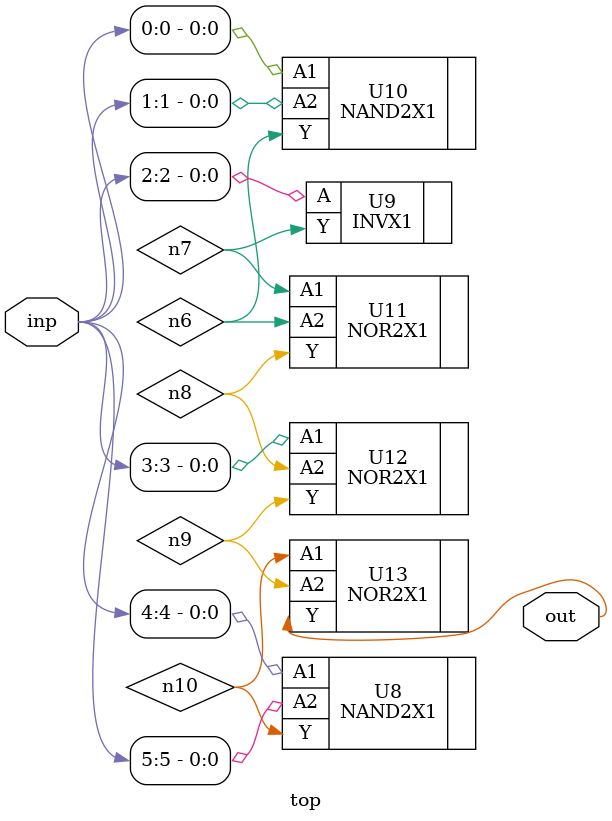
<source format=sv>


module top ( inp, out );
  input [5:0] inp;
  output out;
  wire   n6, n7, n8, n9, n10;

  NAND2X1 U8 ( .A1(inp[4]), .A2(inp[5]), .Y(n10) );
  INVX1 U9 ( .A(inp[2]), .Y(n7) );
  NAND2X1 U10 ( .A1(inp[0]), .A2(inp[1]), .Y(n6) );
  NOR2X1 U11 ( .A1(n7), .A2(n6), .Y(n8) );
  NOR2X1 U12 ( .A1(inp[3]), .A2(n8), .Y(n9) );
  NOR2X1 U13 ( .A1(n10), .A2(n9), .Y(out) );
endmodule


</source>
